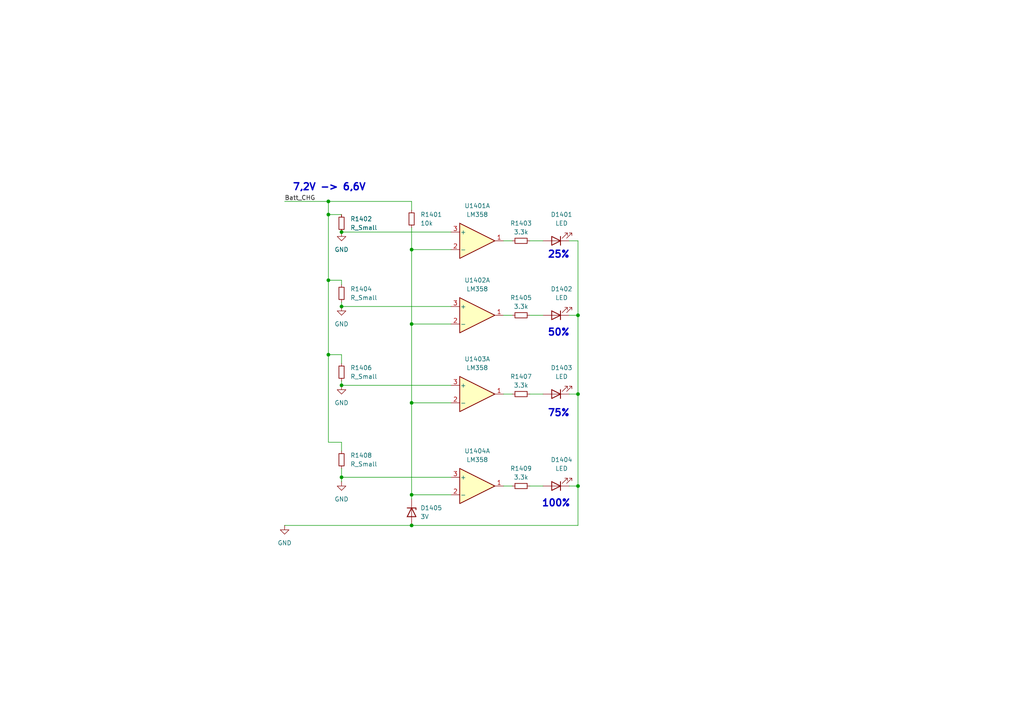
<source format=kicad_sch>
(kicad_sch (version 20231120) (generator "eeschema") (generator_version "8.0")
  (paper "A4")
  (lib_symbols
    (symbol "Amplifier_Operational:LM358" (pin_names (offset 0.127))
      (property "Reference" "U" (at 0 5.08 0))
      (property "Value" "LM358" (at 0 -5.08 0))
      (symbol "LM358_1_1"
        (polyline (pts (xy -5.08 5.08) (xy 5.08 0) (xy -5.08 -5.08) (xy -5.08 5.08)) (stroke (width 0.254)) (fill (type background)))
        (pin output line (at 7.62 0 180) (length 2.54) (name "~") (number "1"))
        (pin input line (at -7.62 -2.54 0) (length 2.54) (name "-") (number "2"))
        (pin input line (at -7.62 2.54 0) (length 2.54) (name "+") (number "3"))
      )
      (symbol "LM358_2_1"
        (polyline (pts (xy -5.08 5.08) (xy 5.08 0) (xy -5.08 -5.08) (xy -5.08 5.08)) (stroke (width 0.254)) (fill (type background)))
        (pin input line (at -7.62 2.54 0) (length 2.54) (name "+") (number "5"))
        (pin input line (at -7.62 -2.54 0) (length 2.54) (name "-") (number "6"))
        (pin output line (at 7.62 0 180) (length 2.54) (name "~") (number "7"))
      )
      (symbol "LM358_3_1"
        (pin power_in line (at -2.54 -7.62 90) (length 3.81) (name "V-") (number "4"))
        (pin power_in line (at -2.54 7.62 270) (length 3.81) (name "V+") (number "8"))
      )
    )
    (symbol "Device:D_Zener" (pin_numbers hide) (pin_names (offset 1.016) hide)
      (property "Reference" "D" (at 0 2.54 0))
      (property "Value" "D_Zener" (at 0 -2.54 0))
      (symbol "D_Zener_0_1"
        (polyline (pts (xy 1.27 0) (xy -1.27 0)))
        (polyline (pts (xy -1.27 -1.27) (xy -1.27 1.27) (xy -0.762 1.27)) (stroke (width 0.254)))
        (polyline (pts (xy 1.27 -1.27) (xy 1.27 1.27) (xy -1.27 0) (xy 1.27 -1.27)) (stroke (width 0.254)))
      )
      (symbol "D_Zener_1_1"
        (pin passive line (at -3.81 0 0) (length 2.54) (name "K") (number "1"))
        (pin passive line (at 3.81 0 180) (length 2.54) (name "A") (number "2"))
      )
    )
    (symbol "Device:LED" (pin_numbers hide) (pin_names (offset 1.016) hide)
      (property "Reference" "D" (at 0 2.54 0))
      (property "Value" "LED" (at 0 -2.54 0))
      (symbol "LED_0_1"
        (polyline (pts (xy -1.27 -1.27) (xy -1.27 1.27)) (stroke (width 0.254)))
        (polyline (pts (xy -1.27 0) (xy 1.27 0)))
        (polyline (pts (xy 1.27 -1.27) (xy 1.27 1.27) (xy -1.27 0) (xy 1.27 -1.27)) (stroke (width 0.254)))
        (polyline (pts (xy -3.048 -0.762) (xy -4.572 -2.286) (xy -3.81 -2.286) (xy -4.572 -2.286) (xy -4.572 -1.524)))
        (polyline (pts (xy -1.778 -0.762) (xy -3.302 -2.286) (xy -2.54 -2.286) (xy -3.302 -2.286) (xy -3.302 -1.524)))
      )
      (symbol "LED_1_1"
        (pin passive line (at -3.81 0 0) (length 2.54) (name "K") (number "1"))
        (pin passive line (at 3.81 0 180) (length 2.54) (name "A") (number "2"))
      )
    )
    (symbol "Device:R_Small" (pin_numbers hide) (pin_names (offset 0.254) hide)
      (property "Reference" "R" (at 0.762 0.508 0))
      (property "Value" "R_Small" (at 0.762 -1.016 0))
      (symbol "R_Small_0_1"
        (rectangle (start -0.762 1.778) (end 0.762 -1.778) (stroke (width 0.2032)))
      )
      (symbol "R_Small_1_1"
        (pin passive line (at 0 2.54 270) (length 0.762) (name "~") (number "1"))
        (pin passive line (at 0 -2.54 90) (length 0.762) (name "~") (number "2"))
      )
    )
    (symbol "GND_8" (power) (pin_numbers hide) (pin_names (offset 0) hide)
      (property "Value" "GND" (at 0 -3.81 0))
      (symbol "GND_8_0_1"
        (polyline (pts (xy 0 0) (xy 0 -1.27) (xy 1.27 -1.27) (xy 0 -2.54) (xy -1.27 -1.27) (xy 0 -1.27)))
      )
      (symbol "GND_8_1_1"
        (pin power_in line (at 0 0 270) (length 0) (name "~") (number "1"))
      )
    )
  )
  (junction (at 99.06 111.76))
  (junction (at 119.38 116.84))
  (junction (at 95.25 62.23))
  (junction (at 95.25 81.28))
  (junction (at 167.64 91.44))
  (junction (at 95.25 102.87))
  (junction (at 99.06 138.43))
  (junction (at 167.64 114.3))
  (junction (at 119.38 72.39))
  (junction (at 99.06 67.31))
  (junction (at 95.25 58.42))
  (junction (at 119.38 143.51))
  (junction (at 119.38 152.4))
  (junction (at 119.38 93.98))
  (junction (at 99.06 88.9))
  (junction (at 167.64 140.97))
  (wire (pts (xy 95.25 58.42) (xy 119.38 58.42)))
  (wire (pts (xy 95.25 62.23) (xy 95.25 58.42)))
  (wire (pts (xy 153.67 91.44) (xy 157.48 91.44)))
  (wire (pts (xy 119.38 116.84) (xy 119.38 143.51)))
  (wire (pts (xy 167.64 69.85) (xy 167.64 91.44)))
  (wire (pts (xy 95.25 81.28) (xy 95.25 62.23)))
  (wire (pts (xy 119.38 72.39) (xy 119.38 93.98)))
  (wire (pts (xy 99.06 105.41) (xy 99.06 102.87)))
  (wire (pts (xy 153.67 69.85) (xy 157.48 69.85)))
  (wire (pts (xy 119.38 72.39) (xy 130.81 72.39)))
  (wire (pts (xy 165.1 69.85) (xy 167.64 69.85)))
  (wire (pts (xy 146.05 140.97) (xy 148.59 140.97)))
  (wire (pts (xy 119.38 93.98) (xy 119.38 116.84)))
  (wire (pts (xy 119.38 143.51) (xy 119.38 144.78)))
  (wire (pts (xy 153.67 114.3) (xy 157.48 114.3)))
  (wire (pts (xy 119.38 66.04) (xy 119.38 72.39)))
  (wire (pts (xy 119.38 116.84) (xy 130.81 116.84)))
  (wire (pts (xy 82.55 152.4) (xy 119.38 152.4)))
  (wire (pts (xy 99.06 88.9) (xy 130.81 88.9)))
  (wire (pts (xy 99.06 87.63) (xy 99.06 88.9)))
  (wire (pts (xy 146.05 69.85) (xy 148.59 69.85)))
  (wire (pts (xy 99.06 110.49) (xy 99.06 111.76)))
  (wire (pts (xy 99.06 135.89) (xy 99.06 138.43)))
  (wire (pts (xy 146.05 91.44) (xy 148.59 91.44)))
  (wire (pts (xy 119.38 58.42) (xy 119.38 60.96)))
  (wire (pts (xy 95.25 102.87) (xy 95.25 128.27)))
  (wire (pts (xy 167.64 114.3) (xy 167.64 140.97)))
  (wire (pts (xy 167.64 91.44) (xy 167.64 114.3)))
  (wire (pts (xy 130.81 111.76) (xy 99.06 111.76)))
  (wire (pts (xy 99.06 67.31) (xy 130.81 67.31)))
  (wire (pts (xy 99.06 81.28) (xy 95.25 81.28)))
  (wire (pts (xy 99.06 130.81) (xy 99.06 128.27)))
  (wire (pts (xy 119.38 93.98) (xy 130.81 93.98)))
  (wire (pts (xy 99.06 128.27) (xy 95.25 128.27)))
  (wire (pts (xy 165.1 91.44) (xy 167.64 91.44)))
  (wire (pts (xy 165.1 140.97) (xy 167.64 140.97)))
  (wire (pts (xy 99.06 102.87) (xy 95.25 102.87)))
  (wire (pts (xy 153.67 140.97) (xy 157.48 140.97)))
  (wire (pts (xy 95.25 62.23) (xy 99.06 62.23)))
  (wire (pts (xy 146.05 114.3) (xy 148.59 114.3)))
  (wire (pts (xy 82.55 58.42) (xy 95.25 58.42)))
  (wire (pts (xy 99.06 138.43) (xy 99.06 139.7)))
  (wire (pts (xy 167.64 140.97) (xy 167.64 152.4)))
  (wire (pts (xy 165.1 114.3) (xy 167.64 114.3)))
  (wire (pts (xy 99.06 82.55) (xy 99.06 81.28)))
  (wire (pts (xy 119.38 143.51) (xy 130.81 143.51)))
  (wire (pts (xy 95.25 81.28) (xy 95.25 102.87)))
  (wire (pts (xy 119.38 152.4) (xy 167.64 152.4)))
  (wire (pts (xy 99.06 138.43) (xy 130.81 138.43)))
  (text "25%\n" (at 162.052 73.914 0) (effects (font (size 2 2) (thickness 0.4) (bold yes))))
  (text "75%" (at 162.052 119.888 0) (effects (font (size 2 2) (thickness 0.4) (bold yes))))
  (text "50%\n" (at 162.052 96.52 0) (effects (font (size 2 2) (thickness 0.4) (bold yes))))
  (text "100%\n" (at 161.29 146.05 0) (effects (font (size 2 2) (thickness 0.4) (bold yes))))
  (text "7,2V -> 6,6V" (at 95.504 54.356 0) (effects (font (size 2 2) (thickness 0.4) (bold yes))))
  (label "Batt_CHG" (at 82.55 58.42 0))
  (symbol (lib_name "GND_8") (lib_id "power:GND") (at 99.06 88.9 0) (unit 1)
    (property "Reference" "#PWR01402" (effects (hide yes)))
    (property "Value" "GND" (at 99.06 93.98 0))
    (property "Description" "Power symbol creates a global label with name \"GND\" , ground" (effects (hide yes)))
  )
  (symbol (lib_name "GND_8") (lib_id "power:GND") (at 99.06 139.7 0) (unit 1)
    (property "Reference" "#PWR01404" (effects (hide yes)))
    (property "Value" "GND" (at 99.06 144.78 0))
    (property "Description" "Power symbol creates a global label with name \"GND\" , ground" (effects (hide yes)))
  )
  (symbol (lib_id "Amplifier_Operational:LM358") (at 138.43 114.3 0) (unit 1)
    (property "Reference" "U1403" (at 138.43 104.14 0))
    (property "Value" "LM358" (at 138.43 106.68 0))
    (property "Datasheet" "http://www.ti.com/lit/ds/symlink/lm2904-n.pdf" (effects (hide yes)))
    (property "Description" "Low-Power, Dual Operational Amplifiers, DIP-8/SOIC-8/TO-99-8" (effects (hide yes)))
  )
  (symbol (lib_id "Device:R_Small") (at 99.06 133.35 0) (unit 1)
    (property "Reference" "R1408" (at 101.6 132.0799 0) (effects (justify left)))
    (property "Value" "R_Small" (at 101.6 134.6199 0) (effects (justify left)))
    (property "Description" "Resistor, small symbol" (effects (hide yes)))
  )
  (symbol (lib_id "Device:R_Small") (at 151.13 69.85 90) (unit 1)
    (property "Reference" "R1403" (at 151.13 64.77 90))
    (property "Value" "3.3k" (at 151.13 67.31 90))
    (property "Description" "Resistor, small symbol" (effects (hide yes)))
  )
  (symbol (lib_id "Device:LED") (at 161.29 91.44 180) (unit 1)
    (property "Reference" "D1402" (at 162.8775 83.82 0))
    (property "Value" "LED" (at 162.8775 86.36 0))
    (property "Description" "Light emitting diode" (effects (hide yes)))
  )
  (symbol (lib_name "GND_8") (lib_id "power:GND") (at 82.55 152.4 0) (unit 1)
    (property "Reference" "#PWR01405" (effects (hide yes)))
    (property "Value" "GND" (at 82.55 157.48 0))
    (property "Description" "Power symbol creates a global label with name \"GND\" , ground" (effects (hide yes)))
  )
  (symbol (lib_id "Device:R_Small") (at 151.13 114.3 90) (unit 1)
    (property "Reference" "R1407" (at 151.13 109.22 90))
    (property "Value" "3.3k" (at 151.13 111.76 90))
    (property "Description" "Resistor, small symbol" (effects (hide yes)))
  )
  (symbol (lib_name "GND_8") (lib_id "power:GND") (at 99.06 111.76 0) (unit 1)
    (property "Reference" "#PWR01403" (effects (hide yes)))
    (property "Value" "GND" (at 99.06 116.84 0))
    (property "Description" "Power symbol creates a global label with name \"GND\" , ground" (effects (hide yes)))
  )
  (symbol (lib_id "Device:R_Small") (at 151.13 91.44 90) (unit 1)
    (property "Reference" "R1405" (at 151.13 86.36 90))
    (property "Value" "3.3k" (at 151.13 88.9 90))
    (property "Description" "Resistor, small symbol" (effects (hide yes)))
  )
  (symbol (lib_id "Device:LED") (at 161.29 140.97 180) (unit 1)
    (property "Reference" "D1404" (at 162.8775 133.35 0))
    (property "Value" "LED" (at 162.8775 135.89 0))
    (property "Description" "Light emitting diode" (effects (hide yes)))
  )
  (symbol (lib_id "Device:D_Zener") (at 119.38 148.59 270) (unit 1)
    (property "Reference" "D1405" (at 121.92 147.3199 90) (effects (justify left)))
    (property "Value" "3V" (at 121.92 149.8599 90) (effects (justify left)))
    (property "Description" "Zener diode" (effects (hide yes)))
  )
  (symbol (lib_id "Amplifier_Operational:LM358") (at 138.43 140.97 0) (unit 1)
    (property "Reference" "U1404" (at 138.43 130.81 0))
    (property "Value" "LM358" (at 138.43 133.35 0))
    (property "Datasheet" "http://www.ti.com/lit/ds/symlink/lm2904-n.pdf" (effects (hide yes)))
    (property "Description" "Low-Power, Dual Operational Amplifiers, DIP-8/SOIC-8/TO-99-8" (effects (hide yes)))
  )
  (symbol (lib_id "Device:R_Small") (at 119.38 63.5 180) (unit 1)
    (property "Reference" "R1401" (at 121.92 62.2299 0) (effects (justify right)))
    (property "Value" "10k" (at 121.92 64.7699 0) (effects (justify right)))
    (property "Description" "Resistor, small symbol" (effects (hide yes)))
  )
  (symbol (lib_id "Amplifier_Operational:LM358") (at 138.43 69.85 0) (unit 1)
    (property "Reference" "U1401" (at 138.43 59.69 0))
    (property "Value" "LM358" (at 138.43 62.23 0))
    (property "Datasheet" "http://www.ti.com/lit/ds/symlink/lm2904-n.pdf" (effects (hide yes)))
    (property "Description" "Low-Power, Dual Operational Amplifiers, DIP-8/SOIC-8/TO-99-8" (effects (hide yes)))
  )
  (symbol (lib_name "GND_8") (lib_id "power:GND") (at 99.06 67.31 0) (unit 1)
    (property "Reference" "#PWR01401" (effects (hide yes)))
    (property "Value" "GND" (at 99.06 72.39 0))
    (property "Description" "Power symbol creates a global label with name \"GND\" , ground" (effects (hide yes)))
  )
  (symbol (lib_id "Device:R_Small") (at 151.13 140.97 90) (unit 1)
    (property "Reference" "R1409" (at 151.13 135.89 90))
    (property "Value" "3.3k" (at 151.13 138.43 90))
    (property "Description" "Resistor, small symbol" (effects (hide yes)))
  )
  (symbol (lib_id "Device:R_Small") (at 99.06 107.95 0) (unit 1)
    (property "Reference" "R1406" (at 101.6 106.6799 0) (effects (justify left)))
    (property "Value" "R_Small" (at 101.6 109.2199 0) (effects (justify left)))
    (property "Description" "Resistor, small symbol" (effects (hide yes)))
  )
  (symbol (lib_id "Device:R_Small") (at 99.06 64.77 0) (unit 1)
    (property "Reference" "R1402" (at 101.6 63.4999 0) (effects (justify left)))
    (property "Value" "R_Small" (at 101.6 66.0399 0) (effects (justify left)))
    (property "Description" "Resistor, small symbol" (effects (hide yes)))
  )
  (symbol (lib_id "Device:R_Small") (at 99.06 85.09 0) (unit 1)
    (property "Reference" "R1404" (at 101.6 83.8199 0) (effects (justify left)))
    (property "Value" "R_Small" (at 101.6 86.3599 0) (effects (justify left)))
    (property "Description" "Resistor, small symbol" (effects (hide yes)))
  )
  (symbol (lib_id "Device:LED") (at 161.29 114.3 180) (unit 1)
    (property "Reference" "D1403" (at 162.8775 106.68 0))
    (property "Value" "LED" (at 162.8775 109.22 0))
    (property "Description" "Light emitting diode" (effects (hide yes)))
  )
  (symbol (lib_id "Amplifier_Operational:LM358") (at 138.43 91.44 0) (unit 1)
    (property "Reference" "U1402" (at 138.43 81.28 0))
    (property "Value" "LM358" (at 138.43 83.82 0))
    (property "Datasheet" "http://www.ti.com/lit/ds/symlink/lm2904-n.pdf" (effects (hide yes)))
    (property "Description" "Low-Power, Dual Operational Amplifiers, DIP-8/SOIC-8/TO-99-8" (effects (hide yes)))
  )
  (symbol (lib_id "Device:LED") (at 161.29 69.85 180) (unit 1)
    (property "Reference" "D1401" (at 162.8775 62.23 0))
    (property "Value" "LED" (at 162.8775 64.77 0))
    (property "Description" "Light emitting diode" (effects (hide yes)))
  )
)
</source>
